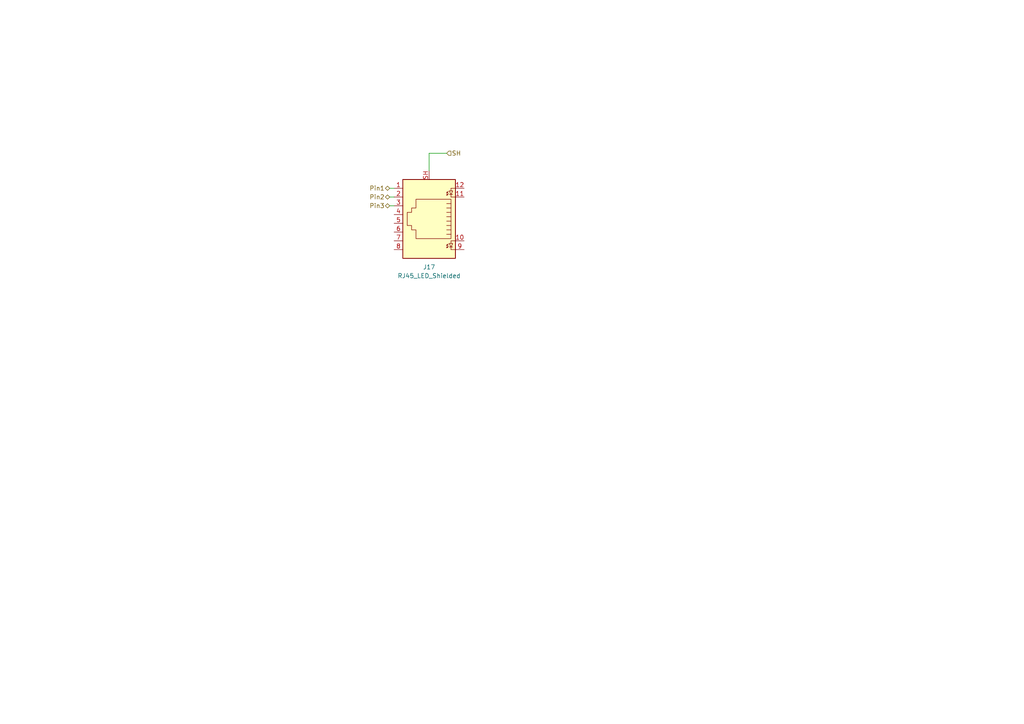
<source format=kicad_sch>
(kicad_sch (version 20211123) (generator eeschema)
  (paper "A4")
  (lib_symbols
    (symbol "Connector:RJ45_LED_Shielded" (pin_names (offset 1.016))
      (property "Reference" "J" (at -5.08 13.97 0))
      (property "Value" "RJ45_LED_Shielded" (at 1.27 13.97 0))
      (symbol "RJ45_LED_Shielded_0_1"
        (polyline (pts (xy -7.62 -7.62) (xy -6.35 -7.62)))
        (polyline (pts (xy -7.62 -5.08) (xy -6.35 -5.08)))
        (polyline (pts (xy -7.62 7.62) (xy -6.35 7.62)))
        (polyline (pts (xy -7.62 10.16) (xy -6.35 10.16)))
        (polyline (pts (xy -6.858 -5.842) (xy -5.842 -5.842)))
        (polyline (pts (xy -6.858 9.398) (xy -5.842 9.398)))
        (polyline (pts (xy -6.35 -7.62) (xy -6.35 -6.858)))
        (polyline (pts (xy -6.35 -5.08) (xy -6.35 -5.842)))
        (polyline (pts (xy -6.35 7.62) (xy -6.35 8.382)))
        (polyline (pts (xy -6.35 10.16) (xy -6.35 9.398)))
        (polyline (pts (xy -5.08 -6.223) (xy -5.207 -6.604)))
        (polyline (pts (xy -5.08 -5.588) (xy -5.207 -5.969)))
        (polyline (pts (xy -5.08 4.445) (xy -6.35 4.445)))
        (polyline (pts (xy -5.08 5.715) (xy -6.35 5.715)))
        (polyline (pts (xy -5.08 9.017) (xy -5.207 8.636)))
        (polyline (pts (xy -5.08 9.652) (xy -5.207 9.271)))
        (polyline (pts (xy -6.35 -3.175) (xy -5.08 -3.175) (xy -5.08 -3.175)))
        (polyline (pts (xy -6.35 -1.905) (xy -5.08 -1.905) (xy -5.08 -1.905)))
        (polyline (pts (xy -6.35 -0.635) (xy -5.08 -0.635) (xy -5.08 -0.635)))
        (polyline (pts (xy -6.35 0.635) (xy -5.08 0.635) (xy -5.08 0.635)))
        (polyline (pts (xy -6.35 1.905) (xy -5.08 1.905) (xy -5.08 1.905)))
        (polyline (pts (xy -5.588 -6.731) (xy -5.08 -6.223) (xy -5.461 -6.35)))
        (polyline (pts (xy -5.588 -6.096) (xy -5.08 -5.588) (xy -5.461 -5.715)))
        (polyline (pts (xy -5.588 8.509) (xy -5.08 9.017) (xy -5.461 8.89)))
        (polyline (pts (xy -5.588 9.144) (xy -5.08 9.652) (xy -5.461 9.525)))
        (polyline (pts (xy -5.08 3.175) (xy -6.35 3.175) (xy -6.35 3.175)))
        (polyline (pts (xy -6.35 -5.842) (xy -6.858 -6.858) (xy -5.842 -6.858) (xy -6.35 -5.842)))
        (polyline (pts (xy -6.35 9.398) (xy -6.858 8.382) (xy -5.842 8.382) (xy -6.35 9.398)))
        (polyline (pts (xy -6.35 -4.445) (xy -6.35 6.985) (xy 3.81 6.985) (xy 3.81 4.445) (xy 5.08 4.445) (xy 5.08 3.175) (xy 6.35 3.175) (xy 6.35 -0.635) (xy 5.08 -0.635) (xy 5.08 -1.905) (xy 3.81 -1.905) (xy 3.81 -4.445) (xy -6.35 -4.445) (xy -6.35 -4.445)))
        (rectangle (start 7.62 12.7) (end -7.62 -10.16) (stroke (width 0.254)) (fill (type background)))
      )
      (symbol "RJ45_LED_Shielded_1_1"
        (pin passive line (at 10.16 -7.62 180) (length 2.54) (name "~") (number "1"))
        (pin passive line (at -10.16 7.62 0) (length 2.54) (name "~") (number "10"))
        (pin passive line (at -10.16 -5.08 0) (length 2.54) (name "~") (number "11"))
        (pin passive line (at -10.16 -7.62 0) (length 2.54) (name "~") (number "12"))
        (pin passive line (at 10.16 -5.08 180) (length 2.54) (name "~") (number "2"))
        (pin passive line (at 10.16 -2.54 180) (length 2.54) (name "~") (number "3"))
        (pin passive line (at 10.16 0 180) (length 2.54) (name "~") (number "4"))
        (pin passive line (at 10.16 2.54 180) (length 2.54) (name "~") (number "5"))
        (pin passive line (at 10.16 5.08 180) (length 2.54) (name "~") (number "6"))
        (pin passive line (at 10.16 7.62 180) (length 2.54) (name "~") (number "7"))
        (pin passive line (at 10.16 10.16 180) (length 2.54) (name "~") (number "8"))
        (pin passive line (at -10.16 10.16 0) (length 2.54) (name "~") (number "9"))
        (pin passive line (at 0 -12.7 90) (length 2.54) (name "~") (number "SH"))
      )
    )
  )
  (wire (pts (xy 113.03 54.61) (xy 114.3 54.61)))
  (wire (pts (xy 129.54 44.45) (xy 124.46 44.45)))
  (wire (pts (xy 113.03 57.15) (xy 114.3 57.15)))
  (wire (pts (xy 124.46 44.45) (xy 124.46 49.53)))
  (wire (pts (xy 113.03 59.69) (xy 114.3 59.69)))
  (hierarchical_label "Pin3" (shape bidirectional) (at 113.03 59.69 180))
  (hierarchical_label "Pin1" (shape bidirectional) (at 113.03 54.61 180))
  (hierarchical_label "Pin2" (shape bidirectional) (at 113.03 57.15 180))
  (hierarchical_label "SH" (shape input) (at 129.54 44.45 0))
  (symbol (lib_id "Connector:RJ45_LED_Shielded") (at 124.46 62.23 180)
    (property "Reference" "J17" (at 124.46 77.47 0))
    (property "Value" "RJ45_LED_Shielded" (at 124.46 80.01 0))
    (property "Footprint" "Connector_RJ:RJ45_Amphenol_RJHSE538X" (effects hide))
    (property "LCSC" "C464587" (effects hide))
  )
)
</source>
